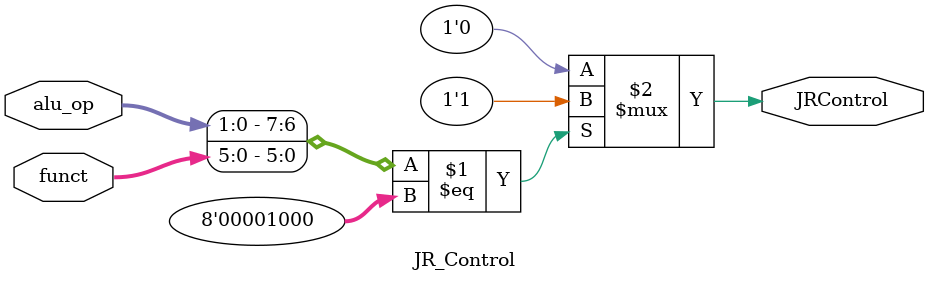
<source format=v>
module JR_Control(
    input [1:0] alu_op,
    input [5:0] funct,
    output JRControl
    );
	 
	 assign JRControl = ({alu_op,funct} == 8'b00001000) ? 1'b1 : 1'b0; // Func of Jr = 001000

endmodule
</source>
